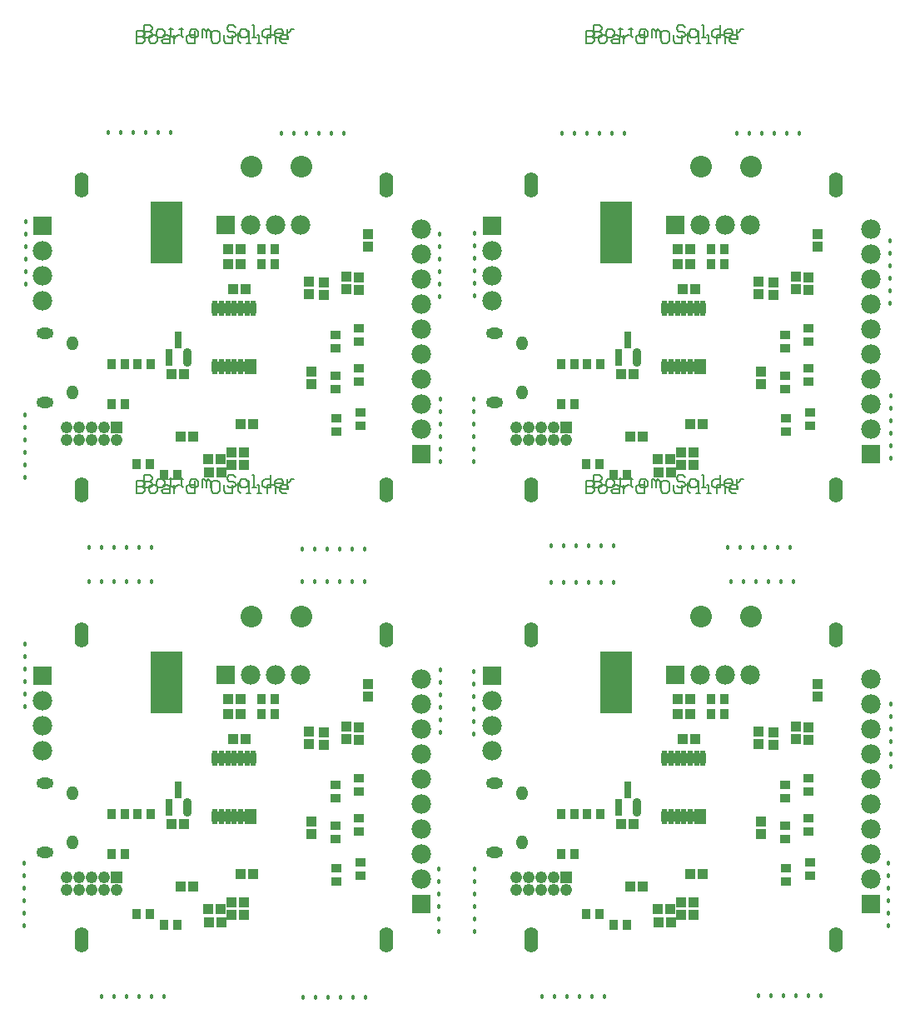
<source format=gbs>
G04 Layer_Color=16711935*
%FSLAX25Y25*%
%MOIN*%
G70*
G01*
G75*
%ADD43C,0.00800*%
%ADD74R,0.04147X0.03950*%
%ADD85R,0.04343X0.03753*%
%ADD99C,0.01800*%
%ADD100O,0.05524X0.10249*%
%ADD101O,0.06902X0.04343*%
%ADD102O,0.04540X0.05721*%
%ADD103C,0.07800*%
%ADD104R,0.07800X0.07800*%
%ADD105C,0.04800*%
%ADD106R,0.04800X0.04800*%
%ADD107R,0.07800X0.07800*%
%ADD108C,0.08674*%
%ADD109R,0.13000X0.25000*%
%ADD110R,0.03950X0.04147*%
%ADD111R,0.03753X0.04343*%
G04:AMPARAMS|DCode=112|XSize=31.62mil|YSize=70.99mil|CornerRadius=9.91mil|HoleSize=0mil|Usage=FLASHONLY|Rotation=0.000|XOffset=0mil|YOffset=0mil|HoleType=Round|Shape=RoundedRectangle|*
%AMROUNDEDRECTD112*
21,1,0.03162,0.05118,0,0,0.0*
21,1,0.01181,0.07099,0,0,0.0*
1,1,0.01981,0.00591,-0.02559*
1,1,0.01981,-0.00591,-0.02559*
1,1,0.01981,-0.00591,0.02559*
1,1,0.01981,0.00591,0.02559*
%
%ADD112ROUNDEDRECTD112*%
%ADD113R,0.03162X0.07099*%
%ADD114R,0.02572X0.06312*%
%ADD115O,0.02572X0.06312*%
D43*
X169520Y330492D02*
Y325494D01*
X172019D01*
X172852Y326327D01*
Y327160D01*
X172019Y327993D01*
X169520D01*
X172019D01*
X172852Y328826D01*
Y329659D01*
X172019Y330492D01*
X169520D01*
X175351Y325494D02*
X177017D01*
X177850Y326327D01*
Y327993D01*
X177017Y328826D01*
X175351D01*
X174518Y327993D01*
Y326327D01*
X175351Y325494D01*
X180350Y328826D02*
X182016D01*
X182849Y327993D01*
Y325494D01*
X180350D01*
X179516Y326327D01*
X180350Y327160D01*
X182849D01*
X184515Y328826D02*
Y325494D01*
Y327160D01*
X185348Y327993D01*
X186181Y328826D01*
X187014D01*
X192845Y330492D02*
Y325494D01*
X190346D01*
X189513Y326327D01*
Y327993D01*
X190346Y328826D01*
X192845D01*
X202009Y330492D02*
X200343D01*
X199510Y329659D01*
Y326327D01*
X200343Y325494D01*
X202009D01*
X202842Y326327D01*
Y329659D01*
X202009Y330492D01*
X204508Y328826D02*
Y326327D01*
X205341Y325494D01*
X207841D01*
Y328826D01*
X210340Y329659D02*
Y328826D01*
X209507D01*
X211173D01*
X210340D01*
Y326327D01*
X211173Y325494D01*
X213672D02*
X215338D01*
X214505D01*
Y330492D01*
X213672D01*
X217837Y325494D02*
X219503D01*
X218670D01*
Y328826D01*
X217837D01*
X222003Y325494D02*
Y328826D01*
X224502D01*
X225335Y327993D01*
Y325494D01*
X229500D02*
X227834D01*
X227001Y326327D01*
Y327993D01*
X227834Y328826D01*
X229500D01*
X230333Y327993D01*
Y327160D01*
X227001D01*
X172620Y332792D02*
Y327794D01*
X175119D01*
X175952Y328627D01*
Y329460D01*
X175119Y330293D01*
X172620D01*
X175119D01*
X175952Y331126D01*
Y331959D01*
X175119Y332792D01*
X172620D01*
X178451Y327794D02*
X180117D01*
X180950Y328627D01*
Y330293D01*
X180117Y331126D01*
X178451D01*
X177618Y330293D01*
Y328627D01*
X178451Y327794D01*
X183449Y331959D02*
Y331126D01*
X182616D01*
X184283D01*
X183449D01*
Y328627D01*
X184283Y327794D01*
X187615Y331959D02*
Y331126D01*
X186782D01*
X188448D01*
X187615D01*
Y328627D01*
X188448Y327794D01*
X191780D02*
X193446D01*
X194279Y328627D01*
Y330293D01*
X193446Y331126D01*
X191780D01*
X190947Y330293D01*
Y328627D01*
X191780Y327794D01*
X195946D02*
Y331126D01*
X196779D01*
X197612Y330293D01*
Y327794D01*
Y330293D01*
X198445Y331126D01*
X199278Y330293D01*
Y327794D01*
X209275Y331959D02*
X208441Y332792D01*
X206775D01*
X205942Y331959D01*
Y331126D01*
X206775Y330293D01*
X208441D01*
X209275Y329460D01*
Y328627D01*
X208441Y327794D01*
X206775D01*
X205942Y328627D01*
X211774Y327794D02*
X213440D01*
X214273Y328627D01*
Y330293D01*
X213440Y331126D01*
X211774D01*
X210941Y330293D01*
Y328627D01*
X211774Y327794D01*
X215939D02*
X217605D01*
X216772D01*
Y332792D01*
X215939D01*
X223437D02*
Y327794D01*
X220937D01*
X220104Y328627D01*
Y330293D01*
X220937Y331126D01*
X223437D01*
X227602Y327794D02*
X225936D01*
X225103Y328627D01*
Y330293D01*
X225936Y331126D01*
X227602D01*
X228435Y330293D01*
Y329460D01*
X225103D01*
X230101Y331126D02*
Y327794D01*
Y329460D01*
X230934Y330293D01*
X231767Y331126D01*
X232600D01*
X349520Y330492D02*
Y325494D01*
X352019D01*
X352852Y326327D01*
Y327160D01*
X352019Y327993D01*
X349520D01*
X352019D01*
X352852Y328826D01*
Y329659D01*
X352019Y330492D01*
X349520D01*
X355351Y325494D02*
X357017D01*
X357850Y326327D01*
Y327993D01*
X357017Y328826D01*
X355351D01*
X354518Y327993D01*
Y326327D01*
X355351Y325494D01*
X360349Y328826D02*
X362016D01*
X362849Y327993D01*
Y325494D01*
X360349D01*
X359516Y326327D01*
X360349Y327160D01*
X362849D01*
X364515Y328826D02*
Y325494D01*
Y327160D01*
X365348Y327993D01*
X366181Y328826D01*
X367014D01*
X372846Y330492D02*
Y325494D01*
X370346D01*
X369513Y326327D01*
Y327993D01*
X370346Y328826D01*
X372846D01*
X382009Y330492D02*
X380343D01*
X379510Y329659D01*
Y326327D01*
X380343Y325494D01*
X382009D01*
X382842Y326327D01*
Y329659D01*
X382009Y330492D01*
X384508Y328826D02*
Y326327D01*
X385341Y325494D01*
X387841D01*
Y328826D01*
X390340Y329659D02*
Y328826D01*
X389507D01*
X391173D01*
X390340D01*
Y326327D01*
X391173Y325494D01*
X393672D02*
X395338D01*
X394505D01*
Y330492D01*
X393672D01*
X397837Y325494D02*
X399503D01*
X398670D01*
Y328826D01*
X397837D01*
X402003Y325494D02*
Y328826D01*
X404502D01*
X405335Y327993D01*
Y325494D01*
X409500D02*
X407834D01*
X407001Y326327D01*
Y327993D01*
X407834Y328826D01*
X409500D01*
X410333Y327993D01*
Y327160D01*
X407001D01*
X352620Y332792D02*
Y327794D01*
X355119D01*
X355952Y328627D01*
Y329460D01*
X355119Y330293D01*
X352620D01*
X355119D01*
X355952Y331126D01*
Y331959D01*
X355119Y332792D01*
X352620D01*
X358451Y327794D02*
X360117D01*
X360950Y328627D01*
Y330293D01*
X360117Y331126D01*
X358451D01*
X357618Y330293D01*
Y328627D01*
X358451Y327794D01*
X363450Y331959D02*
Y331126D01*
X362616D01*
X364283D01*
X363450D01*
Y328627D01*
X364283Y327794D01*
X367615Y331959D02*
Y331126D01*
X366782D01*
X368448D01*
X367615D01*
Y328627D01*
X368448Y327794D01*
X371780D02*
X373446D01*
X374279Y328627D01*
Y330293D01*
X373446Y331126D01*
X371780D01*
X370947Y330293D01*
Y328627D01*
X371780Y327794D01*
X375945D02*
Y331126D01*
X376779D01*
X377612Y330293D01*
Y327794D01*
Y330293D01*
X378445Y331126D01*
X379278Y330293D01*
Y327794D01*
X389275Y331959D02*
X388441Y332792D01*
X386775D01*
X385942Y331959D01*
Y331126D01*
X386775Y330293D01*
X388441D01*
X389275Y329460D01*
Y328627D01*
X388441Y327794D01*
X386775D01*
X385942Y328627D01*
X391774Y327794D02*
X393440D01*
X394273Y328627D01*
Y330293D01*
X393440Y331126D01*
X391774D01*
X390941Y330293D01*
Y328627D01*
X391774Y327794D01*
X395939D02*
X397605D01*
X396772D01*
Y332792D01*
X395939D01*
X403437D02*
Y327794D01*
X400937D01*
X400104Y328627D01*
Y330293D01*
X400937Y331126D01*
X403437D01*
X407602Y327794D02*
X405936D01*
X405103Y328627D01*
Y330293D01*
X405936Y331126D01*
X407602D01*
X408435Y330293D01*
Y329460D01*
X405103D01*
X410101Y331126D02*
Y327794D01*
Y329460D01*
X410934Y330293D01*
X411767Y331126D01*
X412600D01*
X169520Y510492D02*
Y505494D01*
X172019D01*
X172852Y506327D01*
Y507160D01*
X172019Y507993D01*
X169520D01*
X172019D01*
X172852Y508826D01*
Y509659D01*
X172019Y510492D01*
X169520D01*
X175351Y505494D02*
X177017D01*
X177850Y506327D01*
Y507993D01*
X177017Y508826D01*
X175351D01*
X174518Y507993D01*
Y506327D01*
X175351Y505494D01*
X180350Y508826D02*
X182016D01*
X182849Y507993D01*
Y505494D01*
X180350D01*
X179516Y506327D01*
X180350Y507160D01*
X182849D01*
X184515Y508826D02*
Y505494D01*
Y507160D01*
X185348Y507993D01*
X186181Y508826D01*
X187014D01*
X192845Y510492D02*
Y505494D01*
X190346D01*
X189513Y506327D01*
Y507993D01*
X190346Y508826D01*
X192845D01*
X202009Y510492D02*
X200343D01*
X199510Y509659D01*
Y506327D01*
X200343Y505494D01*
X202009D01*
X202842Y506327D01*
Y509659D01*
X202009Y510492D01*
X204508Y508826D02*
Y506327D01*
X205341Y505494D01*
X207841D01*
Y508826D01*
X210340Y509659D02*
Y508826D01*
X209507D01*
X211173D01*
X210340D01*
Y506327D01*
X211173Y505494D01*
X213672D02*
X215338D01*
X214505D01*
Y510492D01*
X213672D01*
X217837Y505494D02*
X219503D01*
X218670D01*
Y508826D01*
X217837D01*
X222003Y505494D02*
Y508826D01*
X224502D01*
X225335Y507993D01*
Y505494D01*
X229500D02*
X227834D01*
X227001Y506327D01*
Y507993D01*
X227834Y508826D01*
X229500D01*
X230333Y507993D01*
Y507160D01*
X227001D01*
X172620Y512792D02*
Y507794D01*
X175119D01*
X175952Y508627D01*
Y509460D01*
X175119Y510293D01*
X172620D01*
X175119D01*
X175952Y511126D01*
Y511959D01*
X175119Y512792D01*
X172620D01*
X178451Y507794D02*
X180117D01*
X180950Y508627D01*
Y510293D01*
X180117Y511126D01*
X178451D01*
X177618Y510293D01*
Y508627D01*
X178451Y507794D01*
X183449Y511959D02*
Y511126D01*
X182616D01*
X184283D01*
X183449D01*
Y508627D01*
X184283Y507794D01*
X187615Y511959D02*
Y511126D01*
X186782D01*
X188448D01*
X187615D01*
Y508627D01*
X188448Y507794D01*
X191780D02*
X193446D01*
X194279Y508627D01*
Y510293D01*
X193446Y511126D01*
X191780D01*
X190947Y510293D01*
Y508627D01*
X191780Y507794D01*
X195946D02*
Y511126D01*
X196779D01*
X197612Y510293D01*
Y507794D01*
Y510293D01*
X198445Y511126D01*
X199278Y510293D01*
Y507794D01*
X209275Y511959D02*
X208441Y512792D01*
X206775D01*
X205942Y511959D01*
Y511126D01*
X206775Y510293D01*
X208441D01*
X209275Y509460D01*
Y508627D01*
X208441Y507794D01*
X206775D01*
X205942Y508627D01*
X211774Y507794D02*
X213440D01*
X214273Y508627D01*
Y510293D01*
X213440Y511126D01*
X211774D01*
X210941Y510293D01*
Y508627D01*
X211774Y507794D01*
X215939D02*
X217605D01*
X216772D01*
Y512792D01*
X215939D01*
X223437D02*
Y507794D01*
X220937D01*
X220104Y508627D01*
Y510293D01*
X220937Y511126D01*
X223437D01*
X227602Y507794D02*
X225936D01*
X225103Y508627D01*
Y510293D01*
X225936Y511126D01*
X227602D01*
X228435Y510293D01*
Y509460D01*
X225103D01*
X230101Y511126D02*
Y507794D01*
Y509460D01*
X230934Y510293D01*
X231767Y511126D01*
X232600D01*
X349520Y510492D02*
Y505494D01*
X352019D01*
X352852Y506327D01*
Y507160D01*
X352019Y507993D01*
X349520D01*
X352019D01*
X352852Y508826D01*
Y509659D01*
X352019Y510492D01*
X349520D01*
X355351Y505494D02*
X357017D01*
X357850Y506327D01*
Y507993D01*
X357017Y508826D01*
X355351D01*
X354518Y507993D01*
Y506327D01*
X355351Y505494D01*
X360349Y508826D02*
X362016D01*
X362849Y507993D01*
Y505494D01*
X360349D01*
X359516Y506327D01*
X360349Y507160D01*
X362849D01*
X364515Y508826D02*
Y505494D01*
Y507160D01*
X365348Y507993D01*
X366181Y508826D01*
X367014D01*
X372846Y510492D02*
Y505494D01*
X370346D01*
X369513Y506327D01*
Y507993D01*
X370346Y508826D01*
X372846D01*
X382009Y510492D02*
X380343D01*
X379510Y509659D01*
Y506327D01*
X380343Y505494D01*
X382009D01*
X382842Y506327D01*
Y509659D01*
X382009Y510492D01*
X384508Y508826D02*
Y506327D01*
X385341Y505494D01*
X387841D01*
Y508826D01*
X390340Y509659D02*
Y508826D01*
X389507D01*
X391173D01*
X390340D01*
Y506327D01*
X391173Y505494D01*
X393672D02*
X395338D01*
X394505D01*
Y510492D01*
X393672D01*
X397837Y505494D02*
X399503D01*
X398670D01*
Y508826D01*
X397837D01*
X402003Y505494D02*
Y508826D01*
X404502D01*
X405335Y507993D01*
Y505494D01*
X409500D02*
X407834D01*
X407001Y506327D01*
Y507993D01*
X407834Y508826D01*
X409500D01*
X410333Y507993D01*
Y507160D01*
X407001D01*
X352620Y512792D02*
Y507794D01*
X355119D01*
X355952Y508627D01*
Y509460D01*
X355119Y510293D01*
X352620D01*
X355119D01*
X355952Y511126D01*
Y511959D01*
X355119Y512792D01*
X352620D01*
X358451Y507794D02*
X360117D01*
X360950Y508627D01*
Y510293D01*
X360117Y511126D01*
X358451D01*
X357618Y510293D01*
Y508627D01*
X358451Y507794D01*
X363450Y511959D02*
Y511126D01*
X362616D01*
X364283D01*
X363450D01*
Y508627D01*
X364283Y507794D01*
X367615Y511959D02*
Y511126D01*
X366782D01*
X368448D01*
X367615D01*
Y508627D01*
X368448Y507794D01*
X371780D02*
X373446D01*
X374279Y508627D01*
Y510293D01*
X373446Y511126D01*
X371780D01*
X370947Y510293D01*
Y508627D01*
X371780Y507794D01*
X375945D02*
Y511126D01*
X376779D01*
X377612Y510293D01*
Y507794D01*
Y510293D01*
X378445Y511126D01*
X379278Y510293D01*
Y507794D01*
X389275Y511959D02*
X388441Y512792D01*
X386775D01*
X385942Y511959D01*
Y511126D01*
X386775Y510293D01*
X388441D01*
X389275Y509460D01*
Y508627D01*
X388441Y507794D01*
X386775D01*
X385942Y508627D01*
X391774Y507794D02*
X393440D01*
X394273Y508627D01*
Y510293D01*
X393440Y511126D01*
X391774D01*
X390941Y510293D01*
Y508627D01*
X391774Y507794D01*
X395939D02*
X397605D01*
X396772D01*
Y512792D01*
X395939D01*
X403437D02*
Y507794D01*
X400937D01*
X400104Y508627D01*
Y510293D01*
X400937Y511126D01*
X403437D01*
X407602Y507794D02*
X405936D01*
X405103Y508627D01*
Y510293D01*
X405936Y511126D01*
X407602D01*
X408435Y510293D01*
Y509460D01*
X405103D01*
X410101Y511126D02*
Y507794D01*
Y509460D01*
X410934Y510293D01*
X411767Y511126D01*
X412600D01*
D74*
X211283Y173244D02*
D03*
X216205D02*
D03*
X207784Y161744D02*
D03*
X212705D02*
D03*
X207784Y156744D02*
D03*
X212705D02*
D03*
X188705Y193244D02*
D03*
X183783D02*
D03*
X213205Y227244D02*
D03*
X208283D02*
D03*
X211205Y237244D02*
D03*
X206283D02*
D03*
X211205Y243244D02*
D03*
X206283D02*
D03*
X203705Y153744D02*
D03*
X198783D02*
D03*
X198283Y159244D02*
D03*
X203205D02*
D03*
X192205Y168244D02*
D03*
X187284D02*
D03*
X391283Y173244D02*
D03*
X396205D02*
D03*
X387784Y161744D02*
D03*
X392705D02*
D03*
X387784Y156744D02*
D03*
X392705D02*
D03*
X368705Y193244D02*
D03*
X363783D02*
D03*
X393205Y227244D02*
D03*
X388283D02*
D03*
X391205Y237244D02*
D03*
X386283D02*
D03*
X391205Y243244D02*
D03*
X386283D02*
D03*
X383705Y153744D02*
D03*
X378783D02*
D03*
X378283Y159244D02*
D03*
X383205D02*
D03*
X372205Y168244D02*
D03*
X367284D02*
D03*
X211283Y353244D02*
D03*
X216205D02*
D03*
X207784Y341744D02*
D03*
X212705D02*
D03*
X207784Y336744D02*
D03*
X212705D02*
D03*
X188705Y373244D02*
D03*
X183783D02*
D03*
X213205Y407244D02*
D03*
X208283D02*
D03*
X211205Y417244D02*
D03*
X206283D02*
D03*
X211205Y423244D02*
D03*
X206283D02*
D03*
X203705Y333744D02*
D03*
X198783D02*
D03*
X198283Y339244D02*
D03*
X203205D02*
D03*
X192205Y348244D02*
D03*
X187284D02*
D03*
X391283Y353244D02*
D03*
X396205D02*
D03*
X387784Y341744D02*
D03*
X392705D02*
D03*
X387784Y336744D02*
D03*
X392705D02*
D03*
X368705Y373244D02*
D03*
X363783D02*
D03*
X393205Y407244D02*
D03*
X388283D02*
D03*
X391205Y417244D02*
D03*
X386283D02*
D03*
X391205Y423244D02*
D03*
X386283D02*
D03*
X383705Y333744D02*
D03*
X378783D02*
D03*
X378283Y339244D02*
D03*
X383205D02*
D03*
X372205Y348244D02*
D03*
X367284D02*
D03*
D85*
X249244Y203587D02*
D03*
Y208902D02*
D03*
X258744Y206087D02*
D03*
Y211402D02*
D03*
X249744Y170087D02*
D03*
Y175402D02*
D03*
X259244Y172587D02*
D03*
Y177902D02*
D03*
X258744Y190087D02*
D03*
Y195402D02*
D03*
X249244Y187087D02*
D03*
Y192402D02*
D03*
X429244Y203587D02*
D03*
Y208902D02*
D03*
X438744Y206087D02*
D03*
Y211402D02*
D03*
X429744Y170087D02*
D03*
Y175402D02*
D03*
X439244Y172587D02*
D03*
Y177902D02*
D03*
X438744Y190087D02*
D03*
Y195402D02*
D03*
X429244Y187087D02*
D03*
Y192402D02*
D03*
X249244Y383587D02*
D03*
Y388902D02*
D03*
X258744Y386087D02*
D03*
Y391402D02*
D03*
X249744Y350087D02*
D03*
Y355402D02*
D03*
X259244Y352587D02*
D03*
Y357902D02*
D03*
X258744Y370087D02*
D03*
Y375402D02*
D03*
X249244Y367087D02*
D03*
Y372402D02*
D03*
X429244Y383587D02*
D03*
Y388902D02*
D03*
X438744Y386087D02*
D03*
Y391402D02*
D03*
X429744Y350087D02*
D03*
Y355402D02*
D03*
X439244Y352587D02*
D03*
Y357902D02*
D03*
X438744Y370087D02*
D03*
Y375402D02*
D03*
X429244Y367087D02*
D03*
Y372402D02*
D03*
D99*
X125000Y260000D02*
D03*
Y265000D02*
D03*
Y255000D02*
D03*
Y250000D02*
D03*
Y245000D02*
D03*
Y240000D02*
D03*
X124600Y152500D02*
D03*
Y157500D02*
D03*
Y162500D02*
D03*
Y167500D02*
D03*
Y177500D02*
D03*
Y172500D02*
D03*
X290600Y150000D02*
D03*
Y155000D02*
D03*
Y160000D02*
D03*
Y165000D02*
D03*
Y175000D02*
D03*
Y170000D02*
D03*
X305100Y150000D02*
D03*
Y155000D02*
D03*
Y160000D02*
D03*
Y165000D02*
D03*
Y175000D02*
D03*
Y170000D02*
D03*
X291400Y229800D02*
D03*
Y234800D02*
D03*
Y239800D02*
D03*
Y244800D02*
D03*
Y254800D02*
D03*
Y249800D02*
D03*
X304800Y229300D02*
D03*
Y234300D02*
D03*
Y239300D02*
D03*
Y244300D02*
D03*
Y254300D02*
D03*
Y249300D02*
D03*
X125200Y409200D02*
D03*
Y414200D02*
D03*
Y419200D02*
D03*
Y424200D02*
D03*
Y434200D02*
D03*
Y429200D02*
D03*
X291200Y338300D02*
D03*
Y343300D02*
D03*
Y348300D02*
D03*
Y353300D02*
D03*
Y363300D02*
D03*
Y358300D02*
D03*
X291000Y404100D02*
D03*
Y409100D02*
D03*
Y414100D02*
D03*
Y419100D02*
D03*
Y429100D02*
D03*
Y424100D02*
D03*
X304900Y404500D02*
D03*
Y409500D02*
D03*
Y414500D02*
D03*
Y419500D02*
D03*
Y429500D02*
D03*
Y424500D02*
D03*
X304700Y338200D02*
D03*
Y343200D02*
D03*
Y348200D02*
D03*
Y353200D02*
D03*
Y363200D02*
D03*
Y358200D02*
D03*
X471200Y401400D02*
D03*
Y406400D02*
D03*
Y411400D02*
D03*
Y416400D02*
D03*
Y426400D02*
D03*
Y421400D02*
D03*
X471600Y339500D02*
D03*
Y344500D02*
D03*
Y349500D02*
D03*
Y354500D02*
D03*
Y364500D02*
D03*
Y359500D02*
D03*
Y216100D02*
D03*
Y221100D02*
D03*
Y226100D02*
D03*
Y231100D02*
D03*
Y241100D02*
D03*
Y236100D02*
D03*
X470600Y152500D02*
D03*
Y157500D02*
D03*
Y162500D02*
D03*
Y167500D02*
D03*
Y177500D02*
D03*
Y172500D02*
D03*
X443700Y124400D02*
D03*
X438700D02*
D03*
X433700D02*
D03*
X428700D02*
D03*
X418700D02*
D03*
X423700D02*
D03*
X357000Y124000D02*
D03*
X352000D02*
D03*
X347000D02*
D03*
X342000D02*
D03*
X332000D02*
D03*
X337000D02*
D03*
X360500Y289900D02*
D03*
X355500D02*
D03*
X350500D02*
D03*
X345500D02*
D03*
X335500D02*
D03*
X340500D02*
D03*
X432500Y290100D02*
D03*
X427500D02*
D03*
X422500D02*
D03*
X417500D02*
D03*
X407500D02*
D03*
X412500D02*
D03*
X431400Y303700D02*
D03*
X426400D02*
D03*
X421400D02*
D03*
X416400D02*
D03*
X406400D02*
D03*
X411400D02*
D03*
X360600Y304500D02*
D03*
X355600D02*
D03*
X350600D02*
D03*
X345600D02*
D03*
X335600D02*
D03*
X340600D02*
D03*
X365000Y469600D02*
D03*
X360000D02*
D03*
X355000D02*
D03*
X350000D02*
D03*
X340000D02*
D03*
X345000D02*
D03*
X435000D02*
D03*
X430000D02*
D03*
X425000D02*
D03*
X420000D02*
D03*
X410000D02*
D03*
X415000D02*
D03*
X252600D02*
D03*
X247600D02*
D03*
X242600D02*
D03*
X237600D02*
D03*
X227600D02*
D03*
X232600D02*
D03*
X183200Y469800D02*
D03*
X178200D02*
D03*
X173200D02*
D03*
X168200D02*
D03*
X158200D02*
D03*
X163200D02*
D03*
X175500Y303900D02*
D03*
X170500D02*
D03*
X165500D02*
D03*
X160500D02*
D03*
X150500D02*
D03*
X155500D02*
D03*
X175700Y290100D02*
D03*
X170700D02*
D03*
X165700D02*
D03*
X160700D02*
D03*
X150700D02*
D03*
X155700D02*
D03*
X260900Y303300D02*
D03*
X255900D02*
D03*
X250900D02*
D03*
X245900D02*
D03*
X235900D02*
D03*
X240900D02*
D03*
X261100Y290100D02*
D03*
X256100D02*
D03*
X251100D02*
D03*
X246100D02*
D03*
X236100D02*
D03*
X241100D02*
D03*
X261300Y123800D02*
D03*
X256300D02*
D03*
X251300D02*
D03*
X246300D02*
D03*
X236300D02*
D03*
X241300D02*
D03*
X180500Y124000D02*
D03*
X175500D02*
D03*
X170500D02*
D03*
X165500D02*
D03*
X155500D02*
D03*
X160500D02*
D03*
X125100Y351700D02*
D03*
Y356700D02*
D03*
Y346700D02*
D03*
Y341700D02*
D03*
Y336700D02*
D03*
Y331700D02*
D03*
D100*
X147744Y146744D02*
D03*
X269791D02*
D03*
Y268791D02*
D03*
X147744D02*
D03*
X327744Y146744D02*
D03*
X449791D02*
D03*
Y268791D02*
D03*
X327744D02*
D03*
X147744Y326744D02*
D03*
X269791D02*
D03*
Y448791D02*
D03*
X147744D02*
D03*
X327744Y326744D02*
D03*
X449791D02*
D03*
Y448791D02*
D03*
X327744D02*
D03*
D101*
X133008Y181964D02*
D03*
Y209524D02*
D03*
X313008Y181964D02*
D03*
Y209524D02*
D03*
X133008Y361964D02*
D03*
Y389524D02*
D03*
X313008Y361964D02*
D03*
Y389524D02*
D03*
D102*
X144031Y185901D02*
D03*
Y205587D02*
D03*
X324031Y185901D02*
D03*
Y205587D02*
D03*
X144031Y365901D02*
D03*
Y385587D02*
D03*
X324031Y365901D02*
D03*
Y385587D02*
D03*
D103*
X132044Y222344D02*
D03*
Y232344D02*
D03*
Y242344D02*
D03*
X235244Y252744D02*
D03*
X225244D02*
D03*
X215244D02*
D03*
X283500Y171200D02*
D03*
Y181200D02*
D03*
Y191200D02*
D03*
Y201200D02*
D03*
Y211200D02*
D03*
Y221200D02*
D03*
Y231200D02*
D03*
Y241200D02*
D03*
Y251200D02*
D03*
X312044Y222344D02*
D03*
Y232344D02*
D03*
Y242344D02*
D03*
X415244Y252744D02*
D03*
X405244D02*
D03*
X395244D02*
D03*
X463500Y171200D02*
D03*
Y181200D02*
D03*
Y191200D02*
D03*
Y201200D02*
D03*
Y211200D02*
D03*
Y221200D02*
D03*
Y231200D02*
D03*
Y241200D02*
D03*
Y251200D02*
D03*
X132044Y402344D02*
D03*
Y412344D02*
D03*
Y422344D02*
D03*
X235244Y432744D02*
D03*
X225244D02*
D03*
X215244D02*
D03*
X283500Y351200D02*
D03*
Y361200D02*
D03*
Y371200D02*
D03*
Y381200D02*
D03*
Y391200D02*
D03*
Y401200D02*
D03*
Y411200D02*
D03*
Y421200D02*
D03*
Y431200D02*
D03*
X312044Y402344D02*
D03*
Y412344D02*
D03*
Y422344D02*
D03*
X415244Y432744D02*
D03*
X405244D02*
D03*
X395244D02*
D03*
X463500Y351200D02*
D03*
Y361200D02*
D03*
Y371200D02*
D03*
Y381200D02*
D03*
Y391200D02*
D03*
Y401200D02*
D03*
Y411200D02*
D03*
Y421200D02*
D03*
Y431200D02*
D03*
D104*
X132044Y252344D02*
D03*
X312044D02*
D03*
X132044Y432344D02*
D03*
X312044D02*
D03*
D105*
X141744Y166744D02*
D03*
Y171744D02*
D03*
X146744Y166744D02*
D03*
Y171744D02*
D03*
X151744Y166744D02*
D03*
Y171744D02*
D03*
X156744Y166744D02*
D03*
Y171744D02*
D03*
X161744Y166744D02*
D03*
X321744D02*
D03*
Y171744D02*
D03*
X326744Y166744D02*
D03*
Y171744D02*
D03*
X331744Y166744D02*
D03*
Y171744D02*
D03*
X336744Y166744D02*
D03*
Y171744D02*
D03*
X341744Y166744D02*
D03*
X141744Y346744D02*
D03*
Y351744D02*
D03*
X146744Y346744D02*
D03*
Y351744D02*
D03*
X151744Y346744D02*
D03*
Y351744D02*
D03*
X156744Y346744D02*
D03*
Y351744D02*
D03*
X161744Y346744D02*
D03*
X321744D02*
D03*
Y351744D02*
D03*
X326744Y346744D02*
D03*
Y351744D02*
D03*
X331744Y346744D02*
D03*
Y351744D02*
D03*
X336744Y346744D02*
D03*
Y351744D02*
D03*
X341744Y346744D02*
D03*
D106*
X161744Y171744D02*
D03*
X341744D02*
D03*
X161744Y351744D02*
D03*
X341744D02*
D03*
D107*
X205244Y252744D02*
D03*
X283500Y161200D02*
D03*
X385244Y252744D02*
D03*
X463500Y161200D02*
D03*
X205244Y432744D02*
D03*
X283500Y341200D02*
D03*
X385244Y432744D02*
D03*
X463500Y341200D02*
D03*
D108*
X235744Y276244D02*
D03*
X215744D02*
D03*
X415744D02*
D03*
X395744D02*
D03*
X235744Y456244D02*
D03*
X215744D02*
D03*
X415744D02*
D03*
X395744D02*
D03*
D109*
X181744Y249744D02*
D03*
X361744D02*
D03*
X181744Y429744D02*
D03*
X361744D02*
D03*
D110*
X258744Y226783D02*
D03*
Y231705D02*
D03*
X253744Y227283D02*
D03*
Y232205D02*
D03*
X238744Y230205D02*
D03*
Y225283D02*
D03*
X244744Y229705D02*
D03*
Y224783D02*
D03*
X262244Y249205D02*
D03*
Y244283D02*
D03*
X239744Y194205D02*
D03*
Y189283D02*
D03*
X438744Y226783D02*
D03*
Y231705D02*
D03*
X433744Y227283D02*
D03*
Y232205D02*
D03*
X418744Y230205D02*
D03*
Y225283D02*
D03*
X424744Y229705D02*
D03*
Y224783D02*
D03*
X442244Y249205D02*
D03*
Y244283D02*
D03*
X419744Y194205D02*
D03*
Y189283D02*
D03*
X258744Y406783D02*
D03*
Y411705D02*
D03*
X253744Y407283D02*
D03*
Y412205D02*
D03*
X238744Y410205D02*
D03*
Y405283D02*
D03*
X244744Y409705D02*
D03*
Y404783D02*
D03*
X262244Y429205D02*
D03*
Y424283D02*
D03*
X239744Y374205D02*
D03*
Y369283D02*
D03*
X438744Y406783D02*
D03*
Y411705D02*
D03*
X433744Y407283D02*
D03*
Y412205D02*
D03*
X418744Y410205D02*
D03*
Y405283D02*
D03*
X424744Y409705D02*
D03*
Y404783D02*
D03*
X442244Y429205D02*
D03*
Y424283D02*
D03*
X419744Y374205D02*
D03*
Y369283D02*
D03*
D111*
X169587Y157244D02*
D03*
X174901D02*
D03*
X224902Y237244D02*
D03*
X219587D02*
D03*
X224902Y243244D02*
D03*
X219587D02*
D03*
X164902Y181244D02*
D03*
X159587D02*
D03*
X170087Y197244D02*
D03*
X175401D02*
D03*
X159587D02*
D03*
X164901D02*
D03*
X180587Y152744D02*
D03*
X185901D02*
D03*
X349587Y157244D02*
D03*
X354901D02*
D03*
X404902Y237244D02*
D03*
X399587D02*
D03*
X404902Y243244D02*
D03*
X399587D02*
D03*
X344902Y181244D02*
D03*
X339587D02*
D03*
X350087Y197244D02*
D03*
X355401D02*
D03*
X339587D02*
D03*
X344901D02*
D03*
X360587Y152744D02*
D03*
X365901D02*
D03*
X169587Y337244D02*
D03*
X174901D02*
D03*
X224902Y417244D02*
D03*
X219587D02*
D03*
X224902Y423244D02*
D03*
X219587D02*
D03*
X164902Y361244D02*
D03*
X159587D02*
D03*
X170087Y377244D02*
D03*
X175401D02*
D03*
X159587D02*
D03*
X164901D02*
D03*
X180587Y332744D02*
D03*
X185901D02*
D03*
X349587Y337244D02*
D03*
X354901D02*
D03*
X404902Y417244D02*
D03*
X399587D02*
D03*
X404902Y423244D02*
D03*
X399587D02*
D03*
X344902Y361244D02*
D03*
X339587D02*
D03*
X350087Y377244D02*
D03*
X355401D02*
D03*
X339587D02*
D03*
X344901D02*
D03*
X360587Y332744D02*
D03*
X365901D02*
D03*
D112*
X189984Y199701D02*
D03*
X369984D02*
D03*
X189984Y379701D02*
D03*
X369984D02*
D03*
D113*
X182504Y199701D02*
D03*
X186244Y206787D02*
D03*
X362504Y199701D02*
D03*
X366244Y206787D02*
D03*
X182504Y379701D02*
D03*
X186244Y386787D02*
D03*
X362504Y379701D02*
D03*
X366244Y386787D02*
D03*
D114*
X216421Y196177D02*
D03*
X396421D02*
D03*
X216421Y376177D02*
D03*
X396421D02*
D03*
D115*
X213862Y196177D02*
D03*
X211303D02*
D03*
X208744D02*
D03*
X206185D02*
D03*
X203626D02*
D03*
X201067D02*
D03*
X216421Y219406D02*
D03*
X213862D02*
D03*
X211303D02*
D03*
X208744D02*
D03*
X206185D02*
D03*
X203626D02*
D03*
X201067D02*
D03*
X393862Y196177D02*
D03*
X391303D02*
D03*
X388744D02*
D03*
X386185D02*
D03*
X383626D02*
D03*
X381067D02*
D03*
X396421Y219406D02*
D03*
X393862D02*
D03*
X391303D02*
D03*
X388744D02*
D03*
X386185D02*
D03*
X383626D02*
D03*
X381067D02*
D03*
X213862Y376177D02*
D03*
X211303D02*
D03*
X208744D02*
D03*
X206185D02*
D03*
X203626D02*
D03*
X201067D02*
D03*
X216421Y399406D02*
D03*
X213862D02*
D03*
X211303D02*
D03*
X208744D02*
D03*
X206185D02*
D03*
X203626D02*
D03*
X201067D02*
D03*
X393862Y376177D02*
D03*
X391303D02*
D03*
X388744D02*
D03*
X386185D02*
D03*
X383626D02*
D03*
X381067D02*
D03*
X396421Y399406D02*
D03*
X393862D02*
D03*
X391303D02*
D03*
X388744D02*
D03*
X386185D02*
D03*
X383626D02*
D03*
X381067D02*
D03*
M02*

</source>
